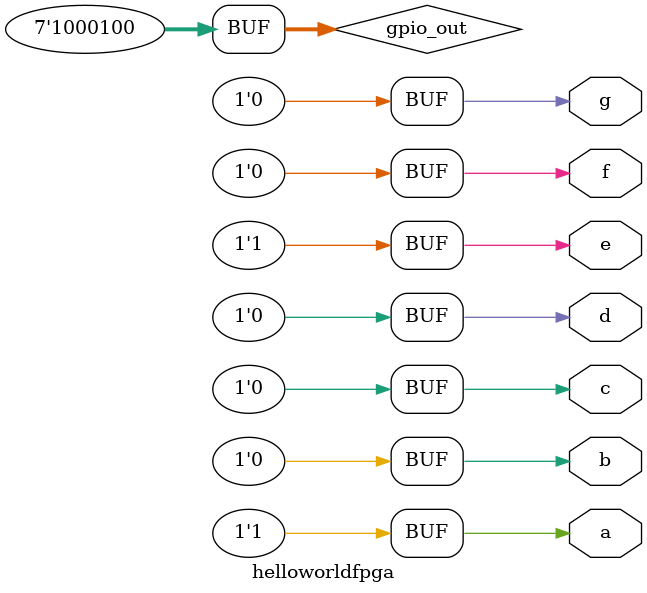
<source format=v>
/*Program for driving a seven segment display
January 18,2021
Code by G V V Sharma
Released under GNU GPL
*/

//declaring the blink module
module helloworldfpga(
                 output a,
                 output b,
                 output c,
             output d,
               output e,
              output f,
               output g

);

reg [6:0] gpio_out=7'b1000100;

assign {a, b,c,d,e,f,g}=gpio_out[6:0];
endmodule
//end of the module








</source>
